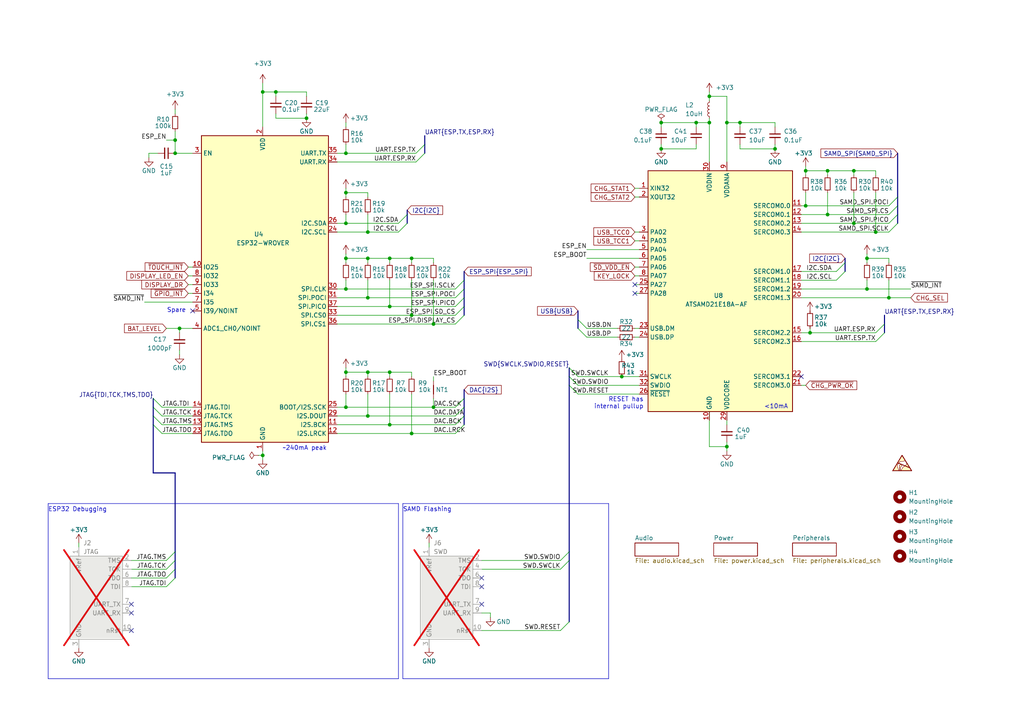
<source format=kicad_sch>
(kicad_sch (version 20230121) (generator eeschema)
  (paper "A4")
  (title_block (date "2022-09-04") (rev "1"))
  (lib_symbols
    (symbol "Device:C_Small" (pin_numbers hide) (pin_names (offset 0.254) hide)
      (property "Reference" "C" (at 0.254 1.778 0))
      (property "Value" "C_Small" (at 0.254 -2.032 0))
      (symbol "C_Small_1_1"
        (pin passive line (at 0 2.54 270) (length 2.032) (name "~") (number "1"))
        (pin passive line (at 0 -2.54 90) (length 2.032) (name "~") (number "2"))
      )
    )
    (symbol "Device:L_Small" (pin_numbers hide) (pin_names (offset 0.254) hide)
      (property "Reference" "L" (at 0.762 1.016 0))
      (property "Value" "L_Small" (at 0.762 -1.016 0))
      (symbol "L_Small_1_1"
        (pin passive line (at 0 2.54 270) (length 0.508) (name "~") (number "1"))
        (pin passive line (at 0 -2.54 90) (length 0.508) (name "~") (number "2"))
      )
    )
    (symbol "Device:NetTie_2" (pin_numbers hide) (pin_names (offset 0) hide)
      (property "Reference" "NT" (at 0 1.27 0))
      (property "Value" "NetTie_2" (at 0 -1.27 0))
      (symbol "NetTie_2_1_1"
        (pin passive line (at -2.54 0 0) (length 2.54) (name "1") (number "1"))
        (pin passive line (at 2.54 0 180) (length 2.54) (name "2") (number "2"))
      )
    )
    (symbol "Device:R_Small" (pin_numbers hide) (pin_names (offset 0.254) hide)
      (property "Reference" "R" (at 0.762 0.508 0))
      (property "Value" "R_Small" (at 0.762 -1.016 0))
      (symbol "R_Small_1_1"
        (pin passive line (at 0 2.54 270) (length 0.762) (name "~") (number "1"))
        (pin passive line (at 0 -2.54 90) (length 0.762) (name "~") (number "2"))
      )
    )
    (symbol "Graphic:SYM_ESD_Small" (in_bom no) (on_board no))
    (symbol "Mechanical:MountingHole" (pin_names (offset 1.016))
      (property "Reference" "H" (at 0 5.08 0))
      (property "Value" "MountingHole" (at 0 3.175 0))
    )
    (symbol "power:+3V3" (power) (pin_names (offset 0))
      (property "Value" "+3V3" (at 0 3.556 0))
      (symbol "+3V3_1_1"
        (pin power_in line (at 0 0 90) (length 0) hide (name "+3V3") (number "1"))
      )
    )
    (symbol "power:GND" (power) (pin_names (offset 0))
      (property "Value" "GND" (at 0 -3.81 0))
      (symbol "GND_1_1"
        (pin power_in line (at 0 0 270) (length 0) hide (name "GND") (number "1"))
      )
    )
    (symbol "power:PWR_FLAG" (power) (pin_numbers hide) (pin_names (offset 0) hide)
      (property "Value" "PWR_FLAG" (at 0 3.81 0))
      (symbol "PWR_FLAG_0_0"
        (pin power_out line (at 0 0 90) (length 0) (name "pwr") (number "1"))
      )
    )
    (symbol "symbols:ATSAMD21E15A-A"
      (property "Reference" "U" (at 0 15.24 0))
      (property "Value" "ATSAMD21E15A-A" (at 0 10.16 0))
      (symbol "ATSAMD21E15A-A_1_1"
        (pin bidirectional line (at -22.86 40.64 0) (length 2.54) (name "XIN32") (number "1"))
        (pin power_in line (at -2.54 -26.67 90) (length 2.54) (name "GND") (number "10"))
        (pin bidirectional line (at 24.13 35.56 180) (length 2.54) (name "SERCOM0.0") (number "11"))
        (pin bidirectional line (at 24.13 33.02 180) (length 2.54) (name "SERCOM0.1") (number "12"))
        (pin bidirectional line (at 24.13 30.48 180) (length 2.54) (name "SERCOM0.2") (number "13"))
        (pin bidirectional line (at 24.13 27.94 180) (length 2.54) (name "SERCOM0.3") (number "14"))
        (pin bidirectional line (at 24.13 -1.27 180) (length 2.54) (name "SERCOM2.2") (number "15"))
        (pin bidirectional line (at 24.13 -3.81 180) (length 2.54) (name "SERCOM2.3") (number "16"))
        (pin bidirectional line (at 24.13 16.51 180) (length 2.54) (name "SERCOM1.0") (number "17"))
        (pin bidirectional line (at 24.13 13.97 180) (length 2.54) (name "SERCOM1.1") (number "18"))
        (pin bidirectional line (at 24.13 11.43 180) (length 2.54) (name "SERCOM1.2") (number "19"))
        (pin bidirectional line (at -22.86 38.1 0) (length 2.54) (name "XOUT32") (number "2"))
        (pin bidirectional line (at 24.13 8.89 180) (length 2.54) (name "SERCOM1.3") (number "20"))
        (pin bidirectional line (at 24.13 -16.51 180) (length 2.54) (name "SERCOM3.0") (number "21"))
        (pin bidirectional line (at 24.13 -13.97 180) (length 2.54) (name "SERCOM3.1") (number "22"))
        (pin bidirectional line (at -22.86 0 0) (length 2.54) (name "USB.DM") (number "23"))
        (pin bidirectional line (at -22.86 -2.54 0) (length 2.54) (name "USB.DP") (number "24"))
        (pin bidirectional line (at -22.86 12.7 0) (length 2.54) (name "PA27") (number "25"))
        (pin input line (at -22.86 -19.05 0) (length 2.54) (name "~{RESET}") (number "26"))
        (pin bidirectional line (at -22.86 10.16 0) (length 2.54) (name "PA28") (number "27"))
        (pin power_in line (at -2.54 -26.67 90) (length 2.54) hide (name "GND") (number "28"))
        (pin power_out line (at 2.54 -26.67 90) (length 2.54) (name "VDDCORE") (number "29"))
        (pin bidirectional line (at -22.86 27.94 0) (length 2.54) (name "PA02") (number "3"))
        (pin power_in line (at -2.54 48.26 270) (length 2.54) (name "VDDIN") (number "30"))
        (pin bidirectional line (at -22.86 -13.97 0) (length 2.54) (name "SWCLK") (number "31"))
        (pin bidirectional line (at -22.86 -16.51 0) (length 2.54) (name "SWDIO") (number "32"))
        (pin bidirectional line (at -22.86 25.4 0) (length 2.54) (name "PA03") (number "4"))
        (pin bidirectional line (at -22.86 22.86 0) (length 2.54) (name "PA04") (number "5"))
        (pin bidirectional line (at -22.86 20.32 0) (length 2.54) (name "PA05") (number "6"))
        (pin bidirectional line (at -22.86 17.78 0) (length 2.54) (name "PA06") (number "7"))
        (pin bidirectional line (at -22.86 15.24 0) (length 2.54) (name "PA07") (number "8"))
        (pin power_in line (at 2.54 48.26 270) (length 2.54) (name "VDDANA") (number "9"))
      )
    )
    (symbol "symbols:BMDU"
      (property "Reference" "U" (at -5.08 6.35 0))
      (property "Value" "BMDU" (at -5.08 6.35 0))
      (symbol "BMDU_0_0"
        (pin power_in line (at -5.08 20.32 270) (length 2.54) (name "vRef") (number "1"))
        (pin output line (at 10.16 -3.81 180) (length 2.54) (name "nRst") (number "10"))
        (pin output line (at 10.16 16.51 180) (length 2.54) (name "TMS") (number "2"))
        (pin power_in line (at -5.08 -8.89 90) (length 2.54) (name "GND") (number "3"))
        (pin output line (at 10.16 13.97 180) (length 2.54) (name "TCK") (number "4"))
        (pin power_in line (at -5.08 -8.89 90) (length 2.54) hide (name "GND") (number "5"))
        (pin output line (at 10.16 11.43 180) (length 2.54) (name "TDO") (number "6"))
        (pin output line (at 10.16 3.81 180) (length 2.54) (name "UART_TX") (number "7"))
        (pin input line (at 10.16 8.89 180) (length 2.54) (name "TDI") (number "8"))
        (pin input line (at 10.16 1.27 180) (length 2.54) (name "UART_RX") (number "9"))
      )
    )
    (symbol "symbols:ESP32-WROOM"
      (property "Reference" "U" (at -17.78 34.29 0))
      (property "Value" "ESP32-WROOM" (at -3.81 34.29 0))
      (symbol "ESP32-WROOM_1_1"
        (pin power_in line (at 0 -58.42 90) (length 2.54) (name "GND") (number "1"))
        (pin bidirectional line (at -20.32 -5.08 0) (length 2.54) (name "IO25") (number "10"))
        (pin bidirectional line (at 21.59 -50.8 180) (length 2.54) (name "I2S.BCK") (number "11"))
        (pin bidirectional line (at 21.59 -53.34 180) (length 2.54) (name "I2S.LRCK") (number "12"))
        (pin bidirectional line (at -20.32 -50.8 0) (length 2.54) (name "JTAG.TMS") (number "13"))
        (pin bidirectional line (at -20.32 -45.72 0) (length 2.54) (name "JTAG.TDI") (number "14"))
        (pin power_in line (at 0 -58.42 90) (length 2.54) hide (name "GND") (number "15"))
        (pin bidirectional line (at -20.32 -48.26 0) (length 2.54) (name "JTAG.TCK") (number "16"))
        (pin no_connect line (at -17.78 16.51 0) (length 2.54) hide (name "SHD/SD2") (number "17"))
        (pin no_connect line (at -17.78 13.97 0) (length 2.54) hide (name "SWP/SD3") (number "18"))
        (pin no_connect line (at -17.78 8.89 0) (length 2.54) hide (name "SCS/CMD") (number "19"))
        (pin power_in line (at 0 35.56 270) (length 2.54) (name "VDD") (number "2"))
        (pin no_connect line (at -17.78 11.43 0) (length 2.54) hide (name "SCK/CLK") (number "20"))
        (pin no_connect line (at -17.78 21.59 0) (length 2.54) hide (name "SDO/SD0") (number "21"))
        (pin no_connect line (at -17.78 19.05 0) (length 2.54) hide (name "SDI/SD1") (number "22"))
        (pin bidirectional line (at -20.32 -53.34 0) (length 2.54) (name "JTAG.TDO") (number "23"))
        (pin bidirectional line (at 21.59 5.08 180) (length 2.54) (name "I2C.SCL") (number "24"))
        (pin bidirectional line (at 21.59 -45.72 180) (length 2.54) (name "BOOT/I2S.SCK") (number "25"))
        (pin bidirectional line (at 21.59 7.62 180) (length 2.54) (name "I2C.SDA") (number "26"))
        (pin no_connect line (at -17.78 6.35 0) (length 2.54) hide (name "IO16") (number "27"))
        (pin no_connect line (at -17.78 3.81 0) (length 2.54) hide (name "IO17") (number "28"))
        (pin bidirectional line (at 21.59 -48.26 180) (length 2.54) (name "I2S.DOUT") (number "29"))
        (pin input line (at -20.32 27.94 0) (length 2.54) (name "EN") (number "3"))
        (pin bidirectional line (at 21.59 -11.43 180) (length 2.54) (name "SPI.CLK") (number "30"))
        (pin bidirectional line (at 21.59 -13.97 180) (length 2.54) (name "SPI.POCI") (number "31"))
        (pin no_connect line (at -17.78 1.27 0) (length 2.54) hide (name "NC") (number "32"))
        (pin bidirectional line (at 21.59 -19.05 180) (length 2.54) (name "SPI.CS0") (number "33"))
        (pin bidirectional line (at 21.59 25.4 180) (length 2.54) (name "UART.RX") (number "34"))
        (pin bidirectional line (at 21.59 27.94 180) (length 2.54) (name "UART.TX") (number "35"))
        (pin bidirectional line (at 21.59 -21.59 180) (length 2.54) (name "SPI.CS1") (number "36"))
        (pin bidirectional line (at 21.59 -16.51 180) (length 2.54) (name "SPI.PICO") (number "37"))
        (pin power_in line (at 0 -58.42 90) (length 2.54) hide (name "GND") (number "38"))
        (pin power_in line (at 0 -58.42 90) (length 2.54) hide (name "GND") (number "39"))
        (pin input line (at -20.32 -22.86 0) (length 2.54) (name "ADC1_CH0/NOINT") (number "4"))
        (pin input line (at -20.32 -17.78 0) (length 2.54) (name "I39/NOINT") (number "5"))
        (pin input line (at -20.32 -12.7 0) (length 2.54) (name "I34") (number "6"))
        (pin input line (at -20.32 -15.24 0) (length 2.54) (name "I35") (number "7"))
        (pin bidirectional line (at -20.32 -7.62 0) (length 2.54) (name "IO32") (number "8"))
        (pin bidirectional line (at -20.32 -10.16 0) (length 2.54) (name "IO33") (number "9"))
      )
    )
  )
  (bus_alias "ESP_SPI" (members "SCLK" "POCI" "PICO" "SD_CS" "DISPLAY_CS"))
  (bus_alias "SAMD_SPI" (members "SCLK" "POCI" "PICO" "CS"))
  (bus_alias "USB" (members "DN" "DP"))
  (bus_alias "I2S" (members "SCK" "BCK" "LRCK" "DATA"))
  (bus_alias "I2C" (members "SDA" "SCL"))
  (junction (at 125.73 118.11))
  (junction (at 247.65 64.77))
  (junction (at 113.03 123.19))
  (junction (at 88.9 34.29))
  (junction (at 100.33 107.95))
  (junction (at 119.38 91.44))
  (junction (at 251.46 83.82))
  (junction (at 233.68 59.69))
  (junction (at 247.65 49.53))
  (junction (at 254 67.31))
  (junction (at 191.77 35.56))
  (junction (at 100.33 44.45))
  (junction (at 100.33 55.88))
  (junction (at 205.74 27.94))
  (junction (at 106.68 107.95))
  (junction (at 233.68 49.53))
  (junction (at 119.38 74.93))
  (junction (at 113.03 88.9))
  (junction (at 125.73 93.98))
  (junction (at 113.03 107.95))
  (junction (at 210.82 35.56))
  (junction (at 113.03 74.93))
  (junction (at 100.33 64.77))
  (junction (at 224.79 43.18))
  (junction (at 100.33 74.93))
  (junction (at 106.68 67.31))
  (junction (at 52.07 95.25))
  (junction (at 180.34 109.22))
  (junction (at 240.03 62.23))
  (junction (at 201.93 35.56))
  (junction (at 80.01 26.67))
  (junction (at 100.33 83.82))
  (junction (at 50.8 40.64))
  (junction (at 50.8 44.45))
  (junction (at 214.63 35.56))
  (junction (at 106.68 74.93))
  (junction (at 205.74 35.56))
  (junction (at 251.46 74.93))
  (junction (at 106.68 86.36))
  (junction (at 240.03 49.53))
  (junction (at 191.77 43.18))
  (junction (at 234.95 96.52))
  (junction (at 76.2 26.67))
  (junction (at 257.81 86.36))
  (junction (at 100.33 118.11))
  (junction (at 106.68 120.65))
  (junction (at 119.38 125.73))
  (junction (at 76.2 132.08))
  (junction (at 210.82 129.54))
  (no_connect (at 184.15 82.55))
  (no_connect (at 184.15 85.09))
  (no_connect (at 55.88 90.17))
  (no_connect (at 139.7 170.18))
  (no_connect (at 38.1 182.88))
  (no_connect (at 139.7 167.64))
  (no_connect (at 232.41 109.22))
  (no_connect (at 139.7 175.26))
  (no_connect (at 38.1 175.26))
  (no_connect (at 38.1 177.8))
  (bus_entry (at 134.62 115.57) (size -2.54 2.54))
  (bus_entry (at 165.1 106.68) (size 2.54 2.54))
  (bus_entry (at 165.1 109.22) (size 2.54 2.54))
  (bus_entry (at 165.1 111.76) (size 2.54 2.54))
  (bus_entry (at 44.45 123.19) (size 2.54 2.54))
  (bus_entry (at 44.45 115.57) (size 2.54 2.54))
  (bus_entry (at 44.45 118.11) (size 2.54 2.54))
  (bus_entry (at 44.45 120.65) (size 2.54 2.54))
  (bus_entry (at 257.81 64.77) (size 2.54 -2.54))
  (bus_entry (at 257.81 62.23) (size 2.54 -2.54))
  (bus_entry (at 257.81 59.69) (size 2.54 -2.54))
  (bus_entry (at 162.56 162.56) (size 2.54 -2.54))
  (bus_entry (at 132.08 86.36) (size 2.54 -2.54))
  (bus_entry (at 132.08 83.82) (size 2.54 -2.54))
  (bus_entry (at 132.08 88.9) (size 2.54 -2.54))
  (bus_entry (at 132.08 93.98) (size 2.54 -2.54))
  (bus_entry (at 132.08 91.44) (size 2.54 -2.54))
  (bus_entry (at 120.65 46.99) (size 2.54 -2.54))
  (bus_entry (at 120.65 44.45) (size 2.54 -2.54))
  (bus_entry (at 48.26 165.1) (size 2.54 -2.54))
  (bus_entry (at 48.26 167.64) (size 2.54 -2.54))
  (bus_entry (at 48.26 162.56) (size 2.54 -2.54))
  (bus_entry (at 48.26 170.18) (size 2.54 -2.54))
  (bus_entry (at 162.56 182.88) (size 2.54 -2.54))
  (bus_entry (at 242.57 78.74) (size 2.54 -2.54))
  (bus_entry (at 257.81 67.31) (size 2.54 -2.54))
  (bus_entry (at 132.08 120.65) (size 2.54 -2.54))
  (bus_entry (at 132.08 125.73) (size 2.54 -2.54))
  (bus_entry (at 132.08 123.19) (size 2.54 -2.54))
  (bus_entry (at 242.57 81.28) (size 2.54 -2.54))
  (bus_entry (at 115.57 64.77) (size 2.54 -2.54))
  (bus_entry (at 115.57 67.31) (size 2.54 -2.54))
  (bus_entry (at 254 96.52) (size 2.54 -2.54))
  (bus_entry (at 254 99.06) (size 2.54 -2.54))
  (bus_entry (at 162.56 165.1) (size 2.54 -2.54))
  (bus_entry (at 167.64 95.25) (size 2.54 2.54))
  (bus_entry (at 167.64 92.71) (size 2.54 2.54))
  (bus (pts (xy 44.45 115.57) (xy 44.45 118.11)))
  (wire (pts (xy 257.81 81.28) (xy 257.81 86.36)))
  (wire (pts (xy 205.74 119.38) (xy 205.74 129.54)))
  (wire (pts (xy 97.79 120.65) (xy 106.68 120.65)))
  (wire (pts (xy 205.74 129.54) (xy 210.82 129.54)))
  (wire (pts (xy 232.41 81.28) (xy 242.57 81.28)))
  (bus (pts (xy 260.35 62.23) (xy 260.35 64.77)))
  (wire (pts (xy 106.68 81.28) (xy 106.68 86.36)))
  (wire (pts (xy 97.79 125.73) (xy 119.38 125.73)))
  (wire (pts (xy 251.46 74.93) (xy 257.81 74.93)))
  (wire (pts (xy 257.81 62.23) (xy 240.03 62.23)))
  (wire (pts (xy 214.63 43.18) (xy 214.63 41.91)))
  (wire (pts (xy 125.73 109.22) (xy 125.73 110.49)))
  (wire (pts (xy 100.33 106.68) (xy 100.33 107.95)))
  (wire (pts (xy 97.79 123.19) (xy 113.03 123.19)))
  (wire (pts (xy 125.73 93.98) (xy 132.08 93.98)))
  (bus (pts (xy 134.62 115.57) (xy 134.62 118.11)))
  (wire (pts (xy 106.68 86.36) (xy 132.08 86.36)))
  (wire (pts (xy 184.15 85.09) (xy 185.42 85.09)))
  (wire (pts (xy 100.33 107.95) (xy 106.68 107.95)))
  (wire (pts (xy 48.26 95.25) (xy 52.07 95.25)))
  (wire (pts (xy 247.65 49.53) (xy 254 49.53)))
  (wire (pts (xy 125.73 74.93) (xy 125.73 76.2)))
  (wire (pts (xy 180.34 109.22) (xy 185.42 109.22)))
  (wire (pts (xy 106.68 74.93) (xy 113.03 74.93)))
  (wire (pts (xy 54.61 82.55) (xy 55.88 82.55)))
  (polyline (pts (xy 176.53 146.05) (xy 176.53 196.85)))
  (bus (pts (xy 50.8 160.02) (xy 50.8 162.56)))
  (wire (pts (xy 234.95 95.25) (xy 234.95 96.52)))
  (wire (pts (xy 224.79 35.56) (xy 224.79 36.83)))
  (wire (pts (xy 139.7 165.1) (xy 162.56 165.1)))
  (wire (pts (xy 100.33 83.82) (xy 132.08 83.82)))
  (wire (pts (xy 74.93 132.08) (xy 76.2 132.08)))
  (wire (pts (xy 167.64 109.22) (xy 180.34 109.22)))
  (wire (pts (xy 76.2 26.67) (xy 80.01 26.67)))
  (wire (pts (xy 52.07 96.52) (xy 52.07 95.25)))
  (bus (pts (xy 167.64 90.17) (xy 167.64 92.71)))
  (wire (pts (xy 50.8 33.02) (xy 50.8 31.75)))
  (wire (pts (xy 124.46 157.48) (xy 124.46 158.75)))
  (bus (pts (xy 134.62 118.11) (xy 134.62 120.65)))
  (bus (pts (xy 165.1 106.68) (xy 165.1 109.22)))
  (bus (pts (xy 123.19 41.91) (xy 123.19 44.45)))
  (wire (pts (xy 232.41 86.36) (xy 257.81 86.36)))
  (wire (pts (xy 201.93 35.56) (xy 191.77 35.56)))
  (wire (pts (xy 184.15 67.31) (xy 185.42 67.31)))
  (wire (pts (xy 97.79 83.82) (xy 100.33 83.82)))
  (wire (pts (xy 43.18 44.45) (xy 43.18 45.72)))
  (wire (pts (xy 184.15 57.15) (xy 185.42 57.15)))
  (wire (pts (xy 125.73 115.57) (xy 125.73 118.11)))
  (wire (pts (xy 113.03 123.19) (xy 132.08 123.19)))
  (wire (pts (xy 251.46 74.93) (xy 251.46 76.2)))
  (polyline (pts (xy 116.84 146.05) (xy 176.53 146.05)))
  (wire (pts (xy 48.26 40.64) (xy 50.8 40.64)))
  (wire (pts (xy 113.03 107.95) (xy 113.03 109.22)))
  (wire (pts (xy 76.2 26.67) (xy 76.2 36.83)))
  (wire (pts (xy 119.38 81.28) (xy 119.38 91.44)))
  (wire (pts (xy 184.15 54.61) (xy 185.42 54.61)))
  (wire (pts (xy 142.24 179.07) (xy 142.24 177.8)))
  (wire (pts (xy 100.33 114.3) (xy 100.33 118.11)))
  (wire (pts (xy 247.65 55.88) (xy 247.65 64.77)))
  (wire (pts (xy 240.03 50.8) (xy 240.03 49.53)))
  (wire (pts (xy 184.15 77.47) (xy 185.42 77.47)))
  (wire (pts (xy 184.15 97.79) (xy 185.42 97.79)))
  (wire (pts (xy 184.15 80.01) (xy 185.42 80.01)))
  (wire (pts (xy 210.82 35.56) (xy 210.82 46.99)))
  (wire (pts (xy 257.81 86.36) (xy 264.16 86.36)))
  (wire (pts (xy 100.33 107.95) (xy 100.33 109.22)))
  (wire (pts (xy 46.99 120.65) (xy 55.88 120.65)))
  (wire (pts (xy 232.41 83.82) (xy 251.46 83.82)))
  (bus (pts (xy 245.11 76.2) (xy 245.11 78.74)))
  (wire (pts (xy 233.68 55.88) (xy 233.68 59.69)))
  (wire (pts (xy 232.41 78.74) (xy 242.57 78.74)))
  (wire (pts (xy 257.81 59.69) (xy 233.68 59.69)))
  (wire (pts (xy 113.03 114.3) (xy 113.03 123.19)))
  (wire (pts (xy 22.86 157.48) (xy 22.86 158.75)))
  (wire (pts (xy 80.01 26.67) (xy 88.9 26.67)))
  (wire (pts (xy 139.7 182.88) (xy 162.56 182.88)))
  (wire (pts (xy 76.2 24.13) (xy 76.2 26.67)))
  (wire (pts (xy 106.68 107.95) (xy 113.03 107.95)))
  (bus (pts (xy 165.1 109.22) (xy 165.1 111.76)))
  (bus (pts (xy 165.1 162.56) (xy 165.1 180.34)))
  (wire (pts (xy 46.99 118.11) (xy 55.88 118.11)))
  (wire (pts (xy 113.03 74.93) (xy 119.38 74.93)))
  (polyline (pts (xy 13.97 196.85) (xy 13.97 146.05)))
  (wire (pts (xy 170.18 97.79) (xy 179.07 97.79)))
  (wire (pts (xy 46.99 123.19) (xy 55.88 123.19)))
  (wire (pts (xy 201.93 35.56) (xy 201.93 36.83)))
  (wire (pts (xy 80.01 33.02) (xy 80.01 34.29)))
  (wire (pts (xy 247.65 64.77) (xy 257.81 64.77)))
  (wire (pts (xy 80.01 34.29) (xy 88.9 34.29)))
  (wire (pts (xy 184.15 82.55) (xy 185.42 82.55)))
  (wire (pts (xy 119.38 107.95) (xy 119.38 109.22)))
  (wire (pts (xy 247.65 50.8) (xy 247.65 49.53)))
  (wire (pts (xy 88.9 26.67) (xy 88.9 27.94)))
  (wire (pts (xy 191.77 35.56) (xy 191.77 36.83)))
  (wire (pts (xy 113.03 74.93) (xy 113.03 76.2)))
  (bus (pts (xy 134.62 88.9) (xy 134.62 86.36)))
  (wire (pts (xy 97.79 67.31) (xy 106.68 67.31)))
  (wire (pts (xy 119.38 125.73) (xy 132.08 125.73)))
  (wire (pts (xy 232.41 96.52) (xy 234.95 96.52)))
  (wire (pts (xy 100.33 62.23) (xy 100.33 64.77)))
  (wire (pts (xy 214.63 43.18) (xy 224.79 43.18)))
  (bus (pts (xy 134.62 120.65) (xy 134.62 123.19)))
  (wire (pts (xy 167.64 111.76) (xy 185.42 111.76)))
  (bus (pts (xy 165.1 111.76) (xy 165.1 160.02)))
  (wire (pts (xy 113.03 81.28) (xy 113.03 88.9)))
  (wire (pts (xy 50.8 40.64) (xy 50.8 38.1)))
  (wire (pts (xy 170.18 72.39) (xy 185.42 72.39)))
  (wire (pts (xy 38.1 165.1) (xy 48.26 165.1)))
  (bus (pts (xy 44.45 120.65) (xy 44.45 123.19)))
  (wire (pts (xy 46.99 125.73) (xy 55.88 125.73)))
  (wire (pts (xy 100.33 41.91) (xy 100.33 44.45)))
  (wire (pts (xy 106.68 120.65) (xy 132.08 120.65)))
  (wire (pts (xy 125.73 81.28) (xy 125.73 93.98)))
  (wire (pts (xy 254 55.88) (xy 254 67.31)))
  (wire (pts (xy 170.18 95.25) (xy 179.07 95.25)))
  (wire (pts (xy 254 49.53) (xy 254 50.8)))
  (wire (pts (xy 97.79 64.77) (xy 100.33 64.77)))
  (wire (pts (xy 210.82 27.94) (xy 210.82 35.56)))
  (wire (pts (xy 113.03 88.9) (xy 132.08 88.9)))
  (bus (pts (xy 167.64 92.71) (xy 167.64 95.25)))
  (wire (pts (xy 233.68 48.26) (xy 233.68 49.53)))
  (polyline (pts (xy 116.84 196.85) (xy 116.84 146.05)))
  (wire (pts (xy 167.64 114.3) (xy 185.42 114.3)))
  (wire (pts (xy 97.79 88.9) (xy 113.03 88.9)))
  (wire (pts (xy 38.1 167.64) (xy 48.26 167.64)))
  (wire (pts (xy 106.68 74.93) (xy 106.68 76.2)))
  (wire (pts (xy 210.82 128.27) (xy 210.82 129.54)))
  (wire (pts (xy 119.38 91.44) (xy 132.08 91.44)))
  (wire (pts (xy 38.1 170.18) (xy 48.26 170.18)))
  (wire (pts (xy 233.68 59.69) (xy 232.41 59.69)))
  (wire (pts (xy 119.38 74.93) (xy 125.73 74.93)))
  (bus (pts (xy 44.45 137.16) (xy 50.8 137.16)))
  (wire (pts (xy 232.41 62.23) (xy 240.03 62.23)))
  (wire (pts (xy 100.33 35.56) (xy 100.33 36.83)))
  (polyline (pts (xy 116.84 196.85) (xy 176.53 196.85)))
  (wire (pts (xy 139.7 162.56) (xy 162.56 162.56)))
  (wire (pts (xy 54.61 77.47) (xy 55.88 77.47)))
  (wire (pts (xy 100.33 74.93) (xy 100.33 76.2)))
  (wire (pts (xy 100.33 81.28) (xy 100.33 83.82)))
  (wire (pts (xy 232.41 67.31) (xy 254 67.31)))
  (wire (pts (xy 97.79 44.45) (xy 100.33 44.45)))
  (wire (pts (xy 100.33 64.77) (xy 115.57 64.77)))
  (wire (pts (xy 224.79 41.91) (xy 224.79 43.18)))
  (wire (pts (xy 205.74 27.94) (xy 210.82 27.94)))
  (wire (pts (xy 251.46 73.66) (xy 251.46 74.93)))
  (wire (pts (xy 240.03 55.88) (xy 240.03 62.23)))
  (wire (pts (xy 76.2 132.08) (xy 76.2 130.81)))
  (wire (pts (xy 205.74 26.67) (xy 205.74 27.94)))
  (wire (pts (xy 76.2 133.35) (xy 76.2 132.08)))
  (wire (pts (xy 38.1 162.56) (xy 48.26 162.56)))
  (wire (pts (xy 232.41 64.77) (xy 247.65 64.77)))
  (wire (pts (xy 232.41 99.06) (xy 254 99.06)))
  (bus (pts (xy 134.62 78.74) (xy 134.62 81.28)))
  (wire (pts (xy 184.15 95.25) (xy 185.42 95.25)))
  (wire (pts (xy 191.77 41.91) (xy 191.77 43.18)))
  (bus (pts (xy 134.62 91.44) (xy 134.62 88.9)))
  (bus (pts (xy 134.62 86.36) (xy 134.62 83.82)))
  (wire (pts (xy 240.03 49.53) (xy 247.65 49.53)))
  (bus (pts (xy 118.11 62.23) (xy 118.11 64.77)))
  (bus (pts (xy 123.19 39.37) (xy 123.19 41.91)))
  (wire (pts (xy 113.03 107.95) (xy 119.38 107.95)))
  (wire (pts (xy 233.68 50.8) (xy 233.68 49.53)))
  (wire (pts (xy 119.38 74.93) (xy 119.38 76.2)))
  (wire (pts (xy 100.33 44.45) (xy 120.65 44.45)))
  (wire (pts (xy 251.46 83.82) (xy 264.16 83.82)))
  (wire (pts (xy 100.33 57.15) (xy 100.33 55.88)))
  (wire (pts (xy 45.72 44.45) (xy 43.18 44.45)))
  (wire (pts (xy 170.18 74.93) (xy 185.42 74.93)))
  (polyline (pts (xy 13.97 146.05) (xy 115.57 146.05)))
  (bus (pts (xy 134.62 83.82) (xy 134.62 81.28)))
  (wire (pts (xy 106.68 62.23) (xy 106.68 67.31)))
  (wire (pts (xy 54.61 80.01) (xy 55.88 80.01)))
  (wire (pts (xy 205.74 35.56) (xy 205.74 46.99)))
  (wire (pts (xy 210.82 35.56) (xy 214.63 35.56)))
  (bus (pts (xy 256.54 93.98) (xy 256.54 96.52)))
  (bus (pts (xy 50.8 137.16) (xy 50.8 160.02)))
  (wire (pts (xy 97.79 93.98) (xy 125.73 93.98)))
  (bus (pts (xy 50.8 162.56) (xy 50.8 165.1)))
  (wire (pts (xy 106.68 114.3) (xy 106.68 120.65)))
  (wire (pts (xy 100.33 54.61) (xy 100.33 55.88)))
  (wire (pts (xy 214.63 35.56) (xy 224.79 35.56)))
  (wire (pts (xy 257.81 74.93) (xy 257.81 76.2)))
  (wire (pts (xy 100.33 55.88) (xy 106.68 55.88)))
  (wire (pts (xy 52.07 95.25) (xy 55.88 95.25)))
  (bus (pts (xy 118.11 60.96) (xy 118.11 62.23)))
  (wire (pts (xy 119.38 114.3) (xy 119.38 125.73)))
  (wire (pts (xy 205.74 27.94) (xy 205.74 29.21)))
  (bus (pts (xy 260.35 57.15) (xy 260.35 59.69)))
  (wire (pts (xy 201.93 43.18) (xy 201.93 41.91)))
  (bus (pts (xy 44.45 118.11) (xy 44.45 120.65)))
  (wire (pts (xy 106.68 67.31) (xy 115.57 67.31)))
  (wire (pts (xy 80.01 26.67) (xy 80.01 27.94)))
  (bus (pts (xy 134.62 113.03) (xy 134.62 115.57)))
  (wire (pts (xy 50.8 44.45) (xy 55.88 44.45)))
  (bus (pts (xy 260.35 59.69) (xy 260.35 62.23)))
  (bus (pts (xy 44.45 123.19) (xy 44.45 137.16)))
  (wire (pts (xy 125.73 118.11) (xy 132.08 118.11)))
  (wire (pts (xy 205.74 35.56) (xy 201.93 35.56)))
  (wire (pts (xy 210.82 123.19) (xy 210.82 121.92)))
  (wire (pts (xy 88.9 34.29) (xy 88.9 33.02)))
  (wire (pts (xy 251.46 81.28) (xy 251.46 83.82)))
  (wire (pts (xy 210.82 129.54) (xy 210.82 130.81)))
  (wire (pts (xy 97.79 46.99) (xy 120.65 46.99)))
  (wire (pts (xy 100.33 118.11) (xy 125.73 118.11)))
  (wire (pts (xy 100.33 74.93) (xy 106.68 74.93)))
  (wire (pts (xy 214.63 35.56) (xy 214.63 36.83)))
  (bus (pts (xy 245.11 74.93) (xy 245.11 76.2)))
  (wire (pts (xy 233.68 49.53) (xy 240.03 49.53)))
  (polyline (pts (xy 13.97 196.85) (xy 115.57 196.85)))
  (wire (pts (xy 97.79 91.44) (xy 119.38 91.44)))
  (wire (pts (xy 254 67.31) (xy 257.81 67.31)))
  (wire (pts (xy 106.68 107.95) (xy 106.68 109.22)))
  (wire (pts (xy 54.61 85.09) (xy 55.88 85.09)))
  (wire (pts (xy 201.93 43.18) (xy 191.77 43.18)))
  (wire (pts (xy 97.79 118.11) (xy 100.33 118.11)))
  (wire (pts (xy 52.07 102.87) (xy 52.07 101.6)))
  (polyline (pts (xy 115.57 146.05) (xy 115.57 196.85)))
  (wire (pts (xy 97.79 86.36) (xy 106.68 86.36)))
  (wire (pts (xy 142.24 177.8) (xy 139.7 177.8)))
  (bus (pts (xy 165.1 160.02) (xy 165.1 162.56)))
  (wire (pts (xy 41.91 87.63) (xy 55.88 87.63)))
  (wire (pts (xy 205.74 34.29) (xy 205.74 35.56)))
  (wire (pts (xy 184.15 69.85) (xy 185.42 69.85)))
  (bus (pts (xy 260.35 44.45) (xy 260.35 57.15)))
  (wire (pts (xy 234.95 96.52) (xy 254 96.52)))
  (wire (pts (xy 100.33 73.66) (xy 100.33 74.93)))
  (wire (pts (xy 233.68 111.76) (xy 232.41 111.76)))
  (bus (pts (xy 50.8 165.1) (xy 50.8 167.64)))
  (wire (pts (xy 50.8 44.45) (xy 50.8 40.64)))
  (wire (pts (xy 106.68 55.88) (xy 106.68 57.15)))
  (bus (pts (xy 256.54 91.44) (xy 256.54 93.98)))
  (text "<10mA" (at 221.615 118.745 0) (effects (font (size 1.27 1.27)) (justify left bottom)))
  (text "~240mA peak" (at 81.915 130.81 0) (effects (font (size 1.27 1.27)) (justify left bottom)))
  (text "Spare" (at 53.975 90.805 0) (effects (font (size 1.27 1.27)) (justify right bottom)))
  (text "RESET has\ninternal pullup" (at 186.69 118.745 0) (effects (font (size 1.27 1.27)) (justify right bottom)))
  (text "SAMD Flashing" (at 116.84 148.59 0) (effects (font (size 1.27 1.27)) (justify left bottom)))
  (text "ESP32 Debugging" (at 13.97 148.59 0) (effects (font (size 1.27 1.27)) (justify left bottom)))
  (label "~{SAMD_INT}" (at 264.16 83.82 0))
  (label "UART.ESP.TX" (at 120.65 44.45 180))
  (label "DAC.BCK" (at 125.73 123.19 0))
  (label "JTAG.TCK" (at 48.26 165.1 180))
  (label "UART{ESP.TX,ESP.RX}" (at 256.54 91.44 0))
  (label "ESP_BOOT" (at 170.18 74.93 180))
  (label "ESP_SPI.DISPLAY_CS" (at 132.08 93.98 180))
  (label "SAMD_SPI.SCLK" (at 257.81 67.31 180))
  (label "I2C.SCL" (at 241.3 81.28 180))
  (label "DAC.SCK" (at 125.73 118.11 0))
  (label "I2C.SDA" (at 115.57 64.77 180))
  (label "SWD.SWCLK" (at 176.53 109.22 180))
  (label "ESP_SPI.SCLK" (at 132.08 83.82 180))
  (label "JTAG.TDO" (at 48.26 167.64 180))
  (label "JTAG.TCK" (at 46.99 120.65 0))
  (label "SAMD_SPI.PICO" (at 257.81 64.77 180))
  (label "SWD.RESET" (at 176.53 114.3 180))
  (label "SWD{SWCLK,SWDIO,RESET}" (at 165.1 106.68 180))
  (label "SWD.SWDIO" (at 176.53 111.76 180))
  (label "SWD.RESET" (at 162.56 182.88 180))
  (label "JTAG.TDO" (at 46.99 125.73 0))
  (label "I2C.SCL" (at 115.57 67.31 180))
  (label "ESP_SPI.POCI" (at 132.08 86.36 180))
  (label "SAMD_SPI.CS" (at 257.81 62.23 180))
  (label "UART{ESP.TX,ESP.RX}" (at 123.19 39.37 0))
  (label "ESP_EN" (at 170.18 72.39 180))
  (label "~{SAMD_INT}" (at 41.91 87.63 180))
  (label "JTAG{TDI,TCK,TMS,TDO}" (at 44.45 115.57 180))
  (label "ESP_SPI.PICO" (at 132.08 88.9 180))
  (label "DAC.DATA" (at 125.73 120.65 0))
  (label "UART.ESP.RX" (at 120.65 46.99 180))
  (label "JTAG.TDI" (at 48.26 170.18 180))
  (label "UART.ESP.TX" (at 254 99.06 180))
  (label "SWD.SWCLK" (at 162.56 165.1 180))
  (label "SWD.SWDIO" (at 162.56 162.56 180))
  (label "UART.ESP.RX" (at 254 96.52 180))
  (label "SAMD_SPI.POCI" (at 257.81 59.69 180))
  (label "USB.DN" (at 170.18 95.25 0))
  (label "USB.DP" (at 170.18 97.79 0))
  (label "ESP_EN" (at 48.26 40.64 180))
  (label "JTAG.TDI" (at 46.99 118.11 0))
  (label "JTAG.TMS" (at 48.26 162.56 180))
  (label "I2C.SDA" (at 241.3 78.74 180))
  (label "ESP_BOOT" (at 125.73 109.22 0))
  (label "JTAG.TMS" (at 46.99 123.19 0))
  (label "DAC.LRCK" (at 125.73 125.73 0))
  (label "ESP_SPI.SD_CS" (at 132.08 91.44 180))
  (global_label "~{GPIO_INT}" (shape input) (at 54.61 85.09 180) (property "Intersheetrefs" "${INTERSHEET_REFS}" (effects hide)))
  (global_label "BAT_LEVEL" (shape input) (at 48.26 95.25 180) (property "Intersheetrefs" "${INTERSHEET_REFS}" (effects hide)))
  (global_label "SAMD_SPI{SAMD_SPI}" (shape input) (at 260.35 44.45 180) (property "Intersheetrefs" "${INTERSHEET_REFS}" (effects hide)))
  (global_label "USB{USB}" (shape input) (at 167.64 90.17 180) (property "Intersheetrefs" "${INTERSHEET_REFS}" (effects hide)))
  (global_label "DISPLAY_LED_EN" (shape input) (at 54.61 80.01 180) (property "Intersheetrefs" "${INTERSHEET_REFS}" (effects hide)))
  (global_label "~{SD_VDD_EN}" (shape input) (at 184.15 77.47 180) (property "Intersheetrefs" "${INTERSHEET_REFS}" (effects hide)))
  (global_label "USB_TCC1" (shape input) (at 184.15 69.85 180) (property "Intersheetrefs" "${INTERSHEET_REFS}" (effects hide)))
  (global_label "I2C{I2C}" (shape input) (at 118.11 60.96 0) (property "Intersheetrefs" "${INTERSHEET_REFS}" (effects hide)))
  (global_label "DISPLAY_DR" (shape input) (at 54.61 82.55 180) (property "Intersheetrefs" "${INTERSHEET_REFS}" (effects hide)))
  (global_label "DAC{I2S}" (shape input) (at 134.62 113.03 0) (property "Intersheetrefs" "${INTERSHEET_REFS}" (effects hide)))
  (global_label "I2C{I2C}" (shape input) (at 245.11 74.93 180) (property "Intersheetrefs" "${INTERSHEET_REFS}" (effects hide)))
  (global_label "~{TOUCH_INT}" (shape input) (at 54.61 77.47 180) (property "Intersheetrefs" "${INTERSHEET_REFS}" (effects hide)))
  (global_label "USB_TCC0" (shape input) (at 184.15 67.31 180) (property "Intersheetrefs" "${INTERSHEET_REFS}" (effects hide)))
  (global_label "KEY_LOCK" (shape input) (at 184.15 80.01 180) (property "Intersheetrefs" "${INTERSHEET_REFS}" (effects hide)))
  (global_label "ESP_SPI{ESP_SPI}" (shape input) (at 134.62 78.74 0) (property "Intersheetrefs" "${INTERSHEET_REFS}" (effects hide)))
  (global_label "~{CHG_PWR_OK}" (shape input) (at 233.68 111.76 0) (property "Intersheetrefs" "${INTERSHEET_REFS}" (effects hide)))
  (global_label "CHG_STAT1" (shape input) (at 184.15 54.61 180) (property "Intersheetrefs" "${INTERSHEET_REFS}" (effects hide)))
  (global_label "CHG_SEL" (shape input) (at 264.16 86.36 0) (property "Intersheetrefs" "${INTERSHEET_REFS}" (effects hide)))
  (global_label "CHG_STAT2" (shape input) (at 184.15 57.15 180) (property "Intersheetrefs" "${INTERSHEET_REFS}" (effects hide)))
  (symbol (lib_id "Device:R_Small") (at 100.33 59.69 0) (unit 1)
    (property "Reference" "R21" (at 103.505 59.055 0))
    (property "Value" "10k" (at 103.505 60.96 0))
    (property "Footprint" "Resistor_SMD:R_0603_1608Metric" (effects hide))
    (property "MPN" "AC0603JR-0710KL" (effects hide))
  )
  (symbol (lib_id "Device:NetTie_2") (at 125.73 113.03 90) (unit 1)
    (property "Reference" "NT1" (at 126.365 113.03 90) (effects (justify right)))
    (property "Value" "NetTie_2" (effects hide))
    (property "Footprint" "NetTie:NetTie-2_SMD_Pad0.5mm" (effects hide))
  )
  (symbol (lib_id "power:PWR_FLAG") (at 74.93 132.08 90) (unit 1)
    (property "Reference" "#FLG0102" (effects hide))
    (property "Value" "PWR_FLAG" (at 71.12 132.715 90) (effects (justify left)))
  )
  (symbol (lib_id "power:+3V3") (at 22.86 157.48 0) (unit 1)
    (property "Reference" "#PWR0101" (effects hide))
    (property "Value" "+3V3" (at 22.86 153.67 0))
  )
  (symbol (lib_id "Device:R_Small") (at 240.03 53.34 0) (unit 1)
    (property "Reference" "R36" (at 243.84 52.705 0))
    (property "Value" "10k" (at 243.84 54.61 0))
    (property "Footprint" "Resistor_SMD:R_0603_1608Metric" (effects hide))
    (property "MPN" "AC0603JR-0710KL" (effects hide))
  )
  (symbol (lib_id "Mechanical:MountingHole") (at 260.985 161.29 0) (unit 1) (in_bom no)
    (property "Reference" "H4" (at 263.525 160.0199 0) (effects (justify left)))
    (property "Value" "MountingHole" (at 263.525 162.5599 0) (effects (justify left)))
    (property "Footprint" "MountingHole:MountingHole_2.2mm_M2" (effects hide))
  )
  (symbol (lib_id "power:+3V3") (at 124.46 157.48 0) (unit 1)
    (property "Reference" "#PWR0115" (effects hide))
    (property "Value" "+3V3" (at 124.46 153.67 0))
  )
  (symbol (lib_id "Device:R_Small") (at 113.03 78.74 0) (unit 1)
    (property "Reference" "R18" (at 116.205 78.105 0))
    (property "Value" "10k" (at 116.205 80.01 0))
    (property "Footprint" "Resistor_SMD:R_0603_1608Metric" (effects hide))
    (property "MPN" "AC0603JR-0710KL" (effects hide))
  )
  (symbol (lib_id "symbols:ESP32-WROOM") (at 76.2 72.39 0) (unit 1)
    (property "Reference" "U4" (at 73.66 67.945 0) (effects (justify left)))
    (property "Value" "ESP32-WROVER" (at 68.58 70.485 0) (effects (justify left)))
    (property "Footprint" "footprints:ESP32-WROVER" (effects hide))
    (property "Datasheet" "https://www.espressif.com/sites/default/files/documentation/esp32-wroom-32d_esp32-wroom-32u_datasheet_en.pdf" (effects hide))
    (property "MPN" "ESP32-WROVER-IE-N16R8" (effects hide))
  )
  (symbol (lib_id "Device:C_Small") (at 88.9 30.48 0) (unit 1)
    (property "Reference" "C19" (at 93.345 29.845 0))
    (property "Value" "22uF" (at 93.345 31.75 0))
    (property "Footprint" "Capacitor_SMD:C_0805_2012Metric" (effects hide))
    (property "MPN" "EMK212BBJ226MG-T " (effects hide))
  )
  (symbol (lib_id "power:+3V3") (at 76.2 24.13 0) (unit 1)
    (property "Reference" "#PWR0108" (effects hide))
    (property "Value" "+3V3" (at 76.2 18.415 0))
  )
  (symbol (lib_id "power:GND") (at 210.82 130.81 0) (unit 1)
    (property "Reference" "#PWR0121" (effects hide))
    (property "Value" "GND" (at 210.82 134.62 0))
  )
  (symbol (lib_id "Device:R_Small") (at 106.68 111.76 0) (unit 1)
    (property "Reference" "R17" (at 109.855 111.125 0))
    (property "Value" "10k" (at 109.855 113.03 0))
    (property "Footprint" "Resistor_SMD:R_0603_1608Metric" (effects hide))
    (property "MPN" "AC0603JR-0710KL" (effects hide))
  )
  (symbol (lib_id "Device:C_Small") (at 48.26 44.45 270) (unit 1)
    (property "Reference" "C15" (at 48.26 48.26 90))
    (property "Value" "1uF" (at 48.26 50.165 90))
    (property "Footprint" "Capacitor_SMD:C_0805_2012Metric" (effects hide))
    (property "MPN" "EMK212BJ105KG-T" (effects hide))
  )
  (symbol (lib_id "power:GND") (at 22.86 187.96 0) (unit 1)
    (property "Reference" "#PWR0102" (effects hide))
    (property "Value" "GND" (at 22.86 191.77 0))
  )
  (symbol (lib_id "Device:R_Small") (at 181.61 95.25 90) (unit 1)
    (property "Reference" "R32" (at 181.61 93.345 90))
    (property "Value" "22" (at 181.61 95.25 90))
    (property "Footprint" "Capacitor_SMD:C_0603_1608Metric" (effects hide))
    (property "MPN" "RC0603JR-0722RL" (effects hide))
  )
  (symbol (lib_id "power:GND") (at 76.2 133.35 0) (unit 1)
    (property "Reference" "#PWR0109" (effects hide))
    (property "Value" "GND" (at 76.2 137.16 0))
  )
  (symbol (lib_id "power:+3V3") (at 234.95 90.17 0) (unit 1)
    (property "Reference" "#PWR0124" (effects hide))
    (property "Value" "+3V3" (at 238.76 88.9 0))
  )
  (symbol (lib_id "Device:R_Small") (at 106.68 78.74 0) (unit 1)
    (property "Reference" "R15" (at 109.855 78.105 0))
    (property "Value" "10k" (at 109.855 80.01 0))
    (property "Footprint" "Resistor_SMD:R_0603_1608Metric" (effects hide))
    (property "MPN" "AC0603JR-0710KL" (effects hide))
  )
  (symbol (lib_id "Device:C_Small") (at 201.93 39.37 0) (mirror x) (unit 1)
    (property "Reference" "C41" (at 199.39 38.1 0) (effects (justify right)))
    (property "Value" "10uF" (at 199.39 40.64 0) (effects (justify right)))
    (property "Footprint" "Capacitor_SMD:C_0805_2012Metric" (effects hide))
    (property "MPN" "EMK212ABJ106KG-T" (effects hide))
  )
  (symbol (lib_id "Device:C_Small") (at 224.79 39.37 0) (unit 1)
    (property "Reference" "C36" (at 227.33 38.1062 0) (effects (justify left)))
    (property "Value" "0.1uF" (at 227.33 40.6462 0) (effects (justify left)))
    (property "Footprint" "Capacitor_SMD:C_0805_2012Metric" (effects hide))
    (property "MPN" "0805YD104KAT2A" (effects hide))
  )
  (symbol (lib_id "power:GND") (at 191.77 43.18 0) (mirror y) (unit 1)
    (property "Reference" "#PWR0119" (effects hide))
    (property "Value" "GND" (at 191.77 46.99 0))
  )
  (symbol (lib_id "power:+3V3") (at 233.68 48.26 0) (mirror y) (unit 1)
    (property "Reference" "#PWR0123" (effects hide))
    (property "Value" "+3V3" (at 233.045 44.45 0))
  )
  (symbol (lib_id "power:GND") (at 52.07 102.87 0) (unit 1)
    (property "Reference" "#PWR0105" (effects hide))
    (property "Value" "GND" (at 52.07 106.68 0))
  )
  (symbol (lib_id "Device:C_Small") (at 191.77 39.37 0) (mirror y) (unit 1)
    (property "Reference" "C38" (at 189.23 38.1062 0) (effects (justify left)))
    (property "Value" "0.1uF" (at 189.23 40.6462 0) (effects (justify left)))
    (property "Footprint" "Capacitor_SMD:C_0805_2012Metric" (effects hide))
    (property "MPN" "0805YD104KAT2A" (effects hide))
  )
  (symbol (lib_id "power:+3V3") (at 251.46 73.66 0) (mirror y) (unit 1)
    (property "Reference" "#PWR0125" (effects hide))
    (property "Value" "+3V3" (at 255.27 72.39 0))
  )
  (symbol (lib_id "power:GND") (at 124.46 187.96 0) (unit 1)
    (property "Reference" "#PWR0116" (effects hide))
    (property "Value" "GND" (at 124.46 191.77 0))
  )
  (symbol (lib_id "power:+3V3") (at 100.33 73.66 0) (unit 1)
    (property "Reference" "#PWR0113" (effects hide))
    (property "Value" "+3V3" (at 104.14 72.39 0))
  )
  (symbol (lib_id "Device:C_Small") (at 80.01 30.48 0) (unit 1)
    (property "Reference" "C20" (at 84.455 29.845 0))
    (property "Value" "0.1uF" (at 84.455 31.75 0))
    (property "Footprint" "Capacitor_SMD:C_0805_2012Metric" (effects hide))
    (property "MPN" "0805YD104KAT2A" (effects hide))
  )
  (symbol (lib_id "Device:C_Small") (at 214.63 39.37 180) (unit 1)
    (property "Reference" "C37" (at 217.17 38.1 0) (effects (justify right)))
    (property "Value" "10uF" (at 217.17 40.64 0) (effects (justify right)))
    (property "Footprint" "Capacitor_SMD:C_0805_2012Metric" (effects hide))
    (property "MPN" "EMK212ABJ106KG-T" (effects hide))
  )
  (symbol (lib_id "Graphic:SYM_ESD_Small") (at 261.62 134.62 0) (unit 1) (in_bom no)
    (property "Reference" "G1" (effects hide))
    (property "Value" "SYM_ESD_Small" (effects hide))
    (property "Footprint" "Symbol:ESD-Logo_8.9x8mm_SilkScreen" (effects hide))
    (property "Sim.Enable" "0" (effects hide))
  )
  (symbol (lib_id "power:+3V3") (at 100.33 54.61 0) (unit 1)
    (property "Reference" "#PWR0112" (effects hide))
    (property "Value" "+3V3" (at 104.14 53.34 0))
  )
  (symbol (lib_id "Device:R_Small") (at 125.73 78.74 0) (unit 1)
    (property "Reference" "R22" (at 128.905 78.105 0))
    (property "Value" "10k" (at 128.905 80.01 0))
    (property "Footprint" "Resistor_SMD:R_0603_1608Metric" (effects hide))
    (property "MPN" "AC0603JR-0710KL" (effects hide))
  )
  (symbol (lib_id "Device:R_Small") (at 119.38 111.76 0) (unit 1)
    (property "Reference" "R9" (at 122.555 111.125 0))
    (property "Value" "10k" (at 123.19 113.03 0))
    (property "Footprint" "Resistor_SMD:R_0603_1608Metric" (effects hide))
    (property "MPN" "AC0603JR-0710KL" (effects hide))
  )
  (symbol (lib_id "Device:R_Small") (at 247.65 53.34 0) (unit 1)
    (property "Reference" "R30" (at 250.825 52.705 0))
    (property "Value" "10k" (at 250.825 54.61 0))
    (property "Footprint" "Resistor_SMD:R_0603_1608Metric" (effects hide))
    (property "MPN" "AC0603JR-0710KL" (effects hide))
  )
  (symbol (lib_id "power:GND") (at 224.79 43.18 0) (unit 1)
    (property "Reference" "#PWR0122" (effects hide))
    (property "Value" "GND" (at 224.79 46.99 0))
  )
  (symbol (lib_id "Device:L_Small") (at 205.74 31.75 0) (mirror y) (unit 1)
    (property "Reference" "L2" (at 198.755 30.48 0) (effects (justify right)))
    (property "Value" "10uH" (at 198.755 33.02 0) (effects (justify right)))
    (property "Footprint" "Inductor_SMD:L_1008_2520Metric" (effects hide))
    (property "MPN" "74438323100 " (effects hide))
  )
  (symbol (lib_id "Device:R_Small") (at 106.68 59.69 0) (unit 1)
    (property "Reference" "R19" (at 109.855 59.055 0))
    (property "Value" "10k" (at 109.855 60.96 0))
    (property "Footprint" "Resistor_SMD:R_0603_1608Metric" (effects hide))
    (property "MPN" "AC0603JR-0710KL" (effects hide))
  )
  (symbol (lib_id "Device:R_Small") (at 119.38 78.74 0) (unit 1)
    (property "Reference" "R23" (at 122.555 78.105 0))
    (property "Value" "10k" (at 122.555 80.01 0))
    (property "Footprint" "Resistor_SMD:R_0603_1608Metric" (effects hide))
    (property "MPN" "AC0603JR-0710KL" (effects hide))
  )
  (symbol (lib_id "Device:R_Small") (at 254 53.34 0) (unit 1)
    (property "Reference" "R40" (at 257.175 52.705 0))
    (property "Value" "10k" (at 257.175 54.61 0))
    (property "Footprint" "Resistor_SMD:R_0603_1608Metric" (effects hide))
    (property "MPN" "AC0603JR-0710KL" (effects hide))
  )
  (symbol (lib_id "Device:R_Small") (at 50.8 35.56 180) (unit 1)
    (property "Reference" "R10" (at 47.3075 34.6075 0))
    (property "Value" "100k" (at 47.3075 36.5125 0))
    (property "Footprint" "Resistor_SMD:R_0603_1608Metric" (effects hide))
    (property "MPN" "RC0603JR-10100KL" (effects hide))
  )
  (symbol (lib_id "Device:R_Small") (at 100.33 111.76 0) (unit 1)
    (property "Reference" "R20" (at 103.505 111.125 0))
    (property "Value" "10k" (at 103.505 113.03 0))
    (property "Footprint" "Resistor_SMD:R_0603_1608Metric" (effects hide))
    (property "MPN" "AC0603JR-0710KL" (effects hide))
  )
  (symbol (lib_id "Mechanical:MountingHole") (at 260.985 144.145 0) (unit 1) (in_bom no)
    (property "Reference" "H1" (at 263.525 142.8749 0) (effects (justify left)))
    (property "Value" "MountingHole" (at 263.525 145.4149 0) (effects (justify left)))
    (property "Footprint" "MountingHole:MountingHole_2.2mm_M2" (effects hide))
  )
  (symbol (lib_id "Device:R_Small") (at 233.68 53.34 0) (unit 1)
    (property "Reference" "R38" (at 236.855 52.705 0))
    (property "Value" "10k" (at 236.855 54.61 0))
    (property "Footprint" "Resistor_SMD:R_0603_1608Metric" (effects hide))
    (property "MPN" "AC0603JR-0710KL" (effects hide))
  )
  (symbol (lib_id "Device:R_Small") (at 251.46 78.74 0) (unit 1)
    (property "Reference" "R39" (at 254.635 78.105 0))
    (property "Value" "10k" (at 254.635 80.01 0))
    (property "Footprint" "Resistor_SMD:R_0603_1608Metric" (effects hide))
    (property "MPN" "AC0603JR-0710KL" (effects hide))
  )
  (symbol (lib_id "power:+3V3") (at 100.33 106.68 0) (mirror y) (unit 1)
    (property "Reference" "#PWR0114" (effects hide))
    (property "Value" "+3V3" (at 104.14 105.41 0))
  )
  (symbol (lib_id "symbols:BMDU") (at 129.54 179.07 0) (unit 1) (in_bom no) (dnp yes)
    (property "Reference" "J6" (at 125.73 157.48 0) (effects (justify left)))
    (property "Value" "SWD" (at 125.73 160.02 0) (effects (justify left)))
    (property "Footprint" "Connector_PinHeader_1.27mm:PinHeader_2x05_P1.27mm_Vertical_SMD" (effects hide))
    (property "Datasheet" "SAM8796-ND" (effects hide))
    (property "MPN" "FTSH-105-01-F-DV-K" (effects hide))
  )
  (symbol (lib_id "Device:R_Small") (at 234.95 92.71 0) (unit 1)
    (property "Reference" "R37" (at 238.125 92.075 0))
    (property "Value" "10k" (at 238.125 93.98 0))
    (property "Footprint" "Resistor_SMD:R_0603_1608Metric" (effects hide))
    (property "MPN" "AC0603JR-0710KL" (effects hide))
  )
  (symbol (lib_id "symbols:BMDU") (at 27.94 179.07 0) (unit 1) (in_bom no) (dnp yes)
    (property "Reference" "J2" (at 24.13 157.48 0) (effects (justify left)))
    (property "Value" "JTAG" (at 24.13 160.02 0) (effects (justify left)))
    (property "Footprint" "Connector_PinHeader_1.27mm:PinHeader_2x05_P1.27mm_Vertical_SMD" (effects hide))
    (property "Datasheet" "SAM8796-ND" (effects hide))
    (property "MPN" "FTSH-105-01-F-DV-K" (effects hide))
  )
  (symbol (lib_id "Device:R_Small") (at 113.03 111.76 0) (unit 1)
    (property "Reference" "R7" (at 116.205 111.125 0))
    (property "Value" "10k" (at 116.205 113.03 0))
    (property "Footprint" "Resistor_SMD:R_0603_1608Metric" (effects hide))
    (property "MPN" "AC0603JR-0710KL" (effects hide))
  )
  (symbol (lib_id "power:GND") (at 88.9 34.29 0) (unit 1)
    (property "Reference" "#PWR0110" (effects hide))
    (property "Value" "GND" (at 88.9 38.1 0))
  )
  (symbol (lib_id "Device:C_Small") (at 52.07 99.06 180) (unit 1)
    (property "Reference" "C17" (at 46.355 98.425 0))
    (property "Value" "1000pF" (at 46.355 100.965 0))
    (property "Footprint" "Capacitor_SMD:C_0805_2012Metric" (effects hide))
    (property "MPN" "0805YD102KAT2A" (effects hide))
  )
  (symbol (lib_id "power:GND") (at 43.18 45.72 0) (unit 1)
    (property "Reference" "#PWR0103" (effects hide))
    (property "Value" "GND" (at 43.18 49.53 0))
  )
  (symbol (lib_id "Device:R_Small") (at 257.81 78.74 0) (unit 1)
    (property "Reference" "R35" (at 260.985 78.105 0))
    (property "Value" "10k" (at 260.985 80.01 0))
    (property "Footprint" "Resistor_SMD:R_0603_1608Metric" (effects hide))
    (property "MPN" "AC0603JR-0710KL" (effects hide))
  )
  (symbol (lib_id "Mechanical:MountingHole") (at 260.985 155.575 0) (unit 1) (in_bom no)
    (property "Reference" "H3" (at 263.525 154.3049 0) (effects (justify left)))
    (property "Value" "MountingHole" (at 263.525 156.8449 0) (effects (justify left)))
    (property "Footprint" "MountingHole:MountingHole_2.2mm_M2" (effects hide))
  )
  (symbol (lib_id "power:+3V3") (at 205.74 26.67 0) (mirror y) (unit 1)
    (property "Reference" "#PWR0120" (effects hide))
    (property "Value" "+3V3" (at 210.185 25.4 0))
  )
  (symbol (lib_id "Device:R_Small") (at 100.33 39.37 0) (unit 1)
    (property "Reference" "R16" (at 103.505 38.735 0))
    (property "Value" "10k" (at 103.505 40.64 0))
    (property "Footprint" "Resistor_SMD:R_0603_1608Metric" (effects hide))
    (property "MPN" "AC0603JR-0710KL" (effects hide))
  )
  (symbol (lib_id "power:PWR_FLAG") (at 191.77 35.56 0) (unit 1)
    (property "Reference" "#FLG0101" (effects hide))
    (property "Value" "PWR_FLAG" (at 191.77 31.75 0))
  )
  (symbol (lib_id "Device:R_Small") (at 180.34 106.68 0) (mirror y) (unit 1)
    (property "Reference" "R43" (at 184.15 106.045 0) (effects (justify left)))
    (property "Value" "1k" (at 184.15 107.95 0) (effects (justify left)))
    (property "Footprint" "Capacitor_SMD:C_0603_1608Metric" (effects hide))
    (property "MPN" "RE0603FRE071KL" (effects hide))
  )
  (symbol (lib_id "power:+3V3") (at 180.34 104.14 0) (mirror y) (unit 1)
    (property "Reference" "#PWR0118" (effects hide))
    (property "Value" "+3V3" (at 184.15 102.87 0))
  )
  (symbol (lib_id "power:+3V3") (at 50.8 31.75 0) (unit 1)
    (property "Reference" "#PWR0104" (effects hide))
    (property "Value" "+3V3" (at 50.8 27.305 0))
  )
  (symbol (lib_id "power:GND") (at 142.24 179.07 0) (unit 1)
    (property "Reference" "#PWR0117" (effects hide))
    (property "Value" "GND" (at 146.05 180.34 0))
  )
  (symbol (lib_id "symbols:ATSAMD21E15A-A") (at 208.28 95.25 0) (unit 1)
    (property "Reference" "U8" (at 207.01 85.725 0) (effects (justify left)))
    (property "Value" "ATSAMD21E18A-AF" (at 198.755 88.265 0) (effects (justify left)))
    (property "Footprint" "Package_QFP:TQFP-32_7x7mm_P0.8mm" (effects hide))
    (property "Datasheet" "http://ww1.microchip.com/downloads/en/DeviceDoc/SAM_D21_DA1_Family_Data%20Sheet_DS40001882E.pdf" (effects hide))
    (property "MPN" "ATSAMD21E18A-AF" (effects hide))
  )
  (symbol (lib_id "Device:R_Small") (at 100.33 78.74 0) (unit 1)
    (property "Reference" "R14" (at 103.505 78.105 0))
    (property "Value" "10k" (at 103.505 80.01 0))
    (property "Footprint" "Resistor_SMD:R_0603_1608Metric" (effects hide))
    (property "MPN" "AC0603JR-0710KL" (effects hide))
  )
  (symbol (lib_id "Mechanical:MountingHole") (at 260.985 149.86 0) (unit 1) (in_bom no)
    (property "Reference" "H2" (at 263.525 148.5899 0) (effects (justify left)))
    (property "Value" "MountingHole" (at 263.525 151.1299 0) (effects (justify left)))
    (property "Footprint" "MountingHole:MountingHole_2.2mm_M2" (effects hide))
  )
  (symbol (lib_id "Device:C_Small") (at 210.82 125.73 180) (unit 1)
    (property "Reference" "C40" (at 213.6775 124.7775 0) (effects (justify right)))
    (property "Value" "1uF" (at 213.0425 126.6825 0) (effects (justify right)))
    (property "Footprint" "Capacitor_SMD:C_0805_2012Metric" (effects hide))
    (property "MPN" "EMK212BJ105KG-T" (effects hide))
  )
  (symbol (lib_id "Device:R_Small") (at 181.61 97.79 270) (unit 1)
    (property "Reference" "R34" (at 181.61 99.695 90))
    (property "Value" "22" (at 181.61 97.79 90))
    (property "Footprint" "Capacitor_SMD:C_0603_1608Metric" (effects hide))
    (property "MPN" "RC0603JR-0722RL" (effects hide))
  )
  (symbol (lib_id "power:+3V3") (at 100.33 35.56 0) (unit 1)
    (property "Reference" "#PWR0111" (effects hide))
    (property "Value" "+3V3" (at 104.14 34.29 0))
  )
  (sheet (at 207.01 157.48) (size 12.7 3.81) (stroke (width 0.1524))
    (property "Sheetname" "Power" (at 207.01 156.7684 0) (effects (justify left bottom)))
    (property "Sheetfile" "power.kicad_sch" (at 207.01 161.8746 0) (effects (justify left top)))
  )
  (sheet (at 229.87 157.48) (size 12.7 3.81) (stroke (width 0.1524))
    (property "Sheetname" "Peripherals" (at 229.87 156.7684 0) (effects (justify left bottom)))
    (property "Sheetfile" "peripherals.kicad_sch" (at 229.87 161.8746 0) (effects (justify left top)))
  )
  (sheet (at 184.15 157.48) (size 12.7 3.81) (stroke (width 0.1524))
    (property "Sheetname" "Audio" (at 184.15 156.7684 0) (effects (justify left bottom)))
    (property "Sheetfile" "audio.kicad_sch" (at 184.15 161.8746 0) (effects (justify left top)))
  )
)
</source>
